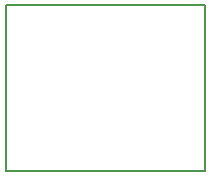
<source format=gm1>
G04*
G04 #@! TF.GenerationSoftware,Altium Limited,Altium Designer,25.5.2 (35)*
G04*
G04 Layer_Color=9798249*
%FSLAX24Y24*%
%MOIN*%
G70*
G04*
G04 #@! TF.SameCoordinates,EDCD3BFB-4CC2-4931-B7ED-63257E98AB5E*
G04*
G04*
G04 #@! TF.FilePolarity,Positive*
G04*
G01*
G75*
%ADD12C,0.0079*%
D12*
X-3819Y-2559D02*
X2795D01*
X-3819D02*
Y2953D01*
X2795Y-2559D02*
Y2953D01*
X-3819D02*
X2795D01*
M02*

</source>
